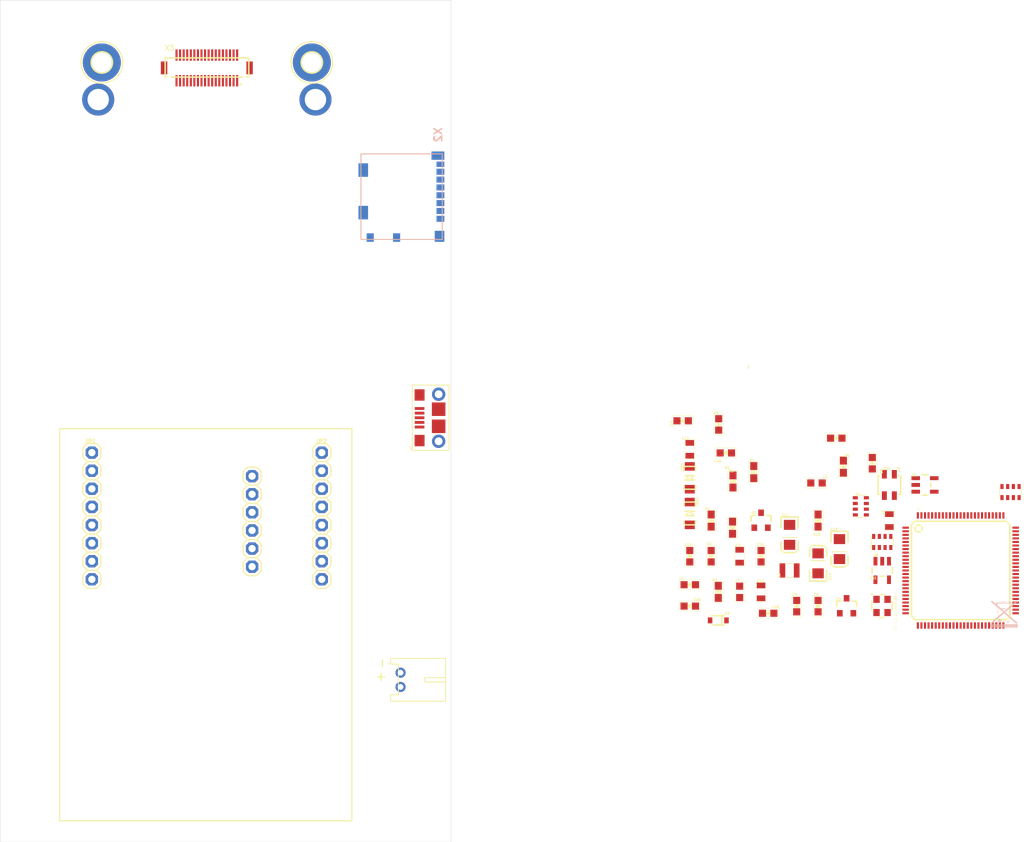
<source format=kicad_pcb>
(kicad_pcb (version 20211014) (generator pcbnew)

  (general
    (thickness 0.57)
  )

  (paper "A4")
  (layers
    (0 "F.Cu" signal)
    (31 "B.Cu" signal)
    (32 "B.Adhes" user "B.Adhesive")
    (33 "F.Adhes" user "F.Adhesive")
    (34 "B.Paste" user)
    (35 "F.Paste" user)
    (36 "B.SilkS" user "B.Silkscreen")
    (37 "F.SilkS" user "F.Silkscreen")
    (38 "B.Mask" user)
    (39 "F.Mask" user)
    (40 "Dwgs.User" user "User.Drawings")
    (41 "Cmts.User" user "User.Comments")
    (42 "Eco1.User" user "User.Eco1")
    (43 "Eco2.User" user "User.Eco2")
    (44 "Edge.Cuts" user)
    (45 "Margin" user)
    (46 "B.CrtYd" user "B.Courtyard")
    (47 "F.CrtYd" user "F.Courtyard")
    (48 "B.Fab" user)
    (49 "F.Fab" user)
    (50 "User.1" user)
    (51 "User.2" user)
    (52 "User.3" user)
    (53 "User.4" user)
    (54 "User.5" user)
    (55 "User.6" user)
    (56 "User.7" user)
    (57 "User.8" user)
    (58 "User.9" user)
  )

  (setup
    (stackup
      (layer "F.SilkS" (type "Top Silk Screen"))
      (layer "F.Paste" (type "Top Solder Paste"))
      (layer "F.Mask" (type "Top Solder Mask") (thickness 0.01))
      (layer "F.Cu" (type "copper") (thickness 0.035))
      (layer "dielectric 1" (type "core") (thickness 0.48) (material "FR4") (epsilon_r 4.5) (loss_tangent 0.02))
      (layer "B.Cu" (type "copper") (thickness 0.035))
      (layer "B.Mask" (type "Bottom Solder Mask") (thickness 0.01))
      (layer "B.Paste" (type "Bottom Solder Paste"))
      (layer "B.SilkS" (type "Bottom Silk Screen"))
      (copper_finish "None")
      (dielectric_constraints no)
    )
    (pad_to_mask_clearance 0)
    (pcbplotparams
      (layerselection 0x00010fc_ffffffff)
      (disableapertmacros false)
      (usegerberextensions false)
      (usegerberattributes true)
      (usegerberadvancedattributes true)
      (creategerberjobfile true)
      (svguseinch false)
      (svgprecision 6)
      (excludeedgelayer true)
      (plotframeref false)
      (viasonmask false)
      (mode 1)
      (useauxorigin false)
      (hpglpennumber 1)
      (hpglpenspeed 20)
      (hpglpendiameter 15.000000)
      (dxfpolygonmode true)
      (dxfimperialunits true)
      (dxfusepcbnewfont true)
      (psnegative false)
      (psa4output false)
      (plotreference true)
      (plotvalue true)
      (plotinvisibletext false)
      (sketchpadsonfab false)
      (subtractmaskfromsilk false)
      (outputformat 1)
      (mirror false)
      (drillshape 1)
      (scaleselection 1)
      (outputdirectory "")
    )
  )

  (net 0 "")
  (net 1 "GND")
  (net 2 "NRST")
  (net 3 "SWDIO")
  (net 4 "SWCLK")
  (net 5 "BOOT0")
  (net 6 "VBUS")
  (net 7 "VCC")
  (net 8 "N$2")
  (net 9 "N$4")
  (net 10 "DCMI_D0")
  (net 11 "DCMI_D1")
  (net 12 "DCMI_PCLK")
  (net 13 "DCMI_HSYNC")
  (net 14 "DCMI_VSYNC")
  (net 15 "DCMI_CLK")
  (net 16 "DCMI_RST")
  (net 17 "DCMI_PWDN")
  (net 18 "DCMI_D2")
  (net 19 "DCMI_D3")
  (net 20 "DCMI_D4")
  (net 21 "DCMI_D5")
  (net 22 "DCMI_D6")
  (net 23 "DCMI_D7")
  (net 24 "SD_CD")
  (net 25 "SDIO_D0")
  (net 26 "SDIO_D1")
  (net 27 "SDIO_D2")
  (net 28 "SDIO_CLK")
  (net 29 "SDIO_CMD")
  (net 30 "LED_G")
  (net 31 "LED_B")
  (net 32 "LED_R")
  (net 33 "TIM4_CH1")
  (net 34 "TIM4_CH2")
  (net 35 "SDIO_D3")
  (net 36 "N$5")
  (net 37 "FS_DP")
  (net 38 "N$8")
  (net 39 "LED_IR")
  (net 40 "N$14")
  (net 41 "N$10")
  (net 42 "FS_DM")
  (net 43 "VCAP2")
  (net 44 "VCAP1")
  (net 45 "I2C1_SCL")
  (net 46 "I2C1_SDA")
  (net 47 "SPI2_SCLK")
  (net 48 "I2C2_SCL")
  (net 49 "I2C2_SDA")
  (net 50 "N$12")
  (net 51 "RAW")
  (net 52 "DAC")
  (net 53 "SPI2_NSS")
  (net 54 "SPI2_MISO")
  (net 55 "SPI2_MOSI")
  (net 56 "FREX")
  (net 57 "EXPST")
  (net 58 "TIM4_CH3")
  (net 59 "N$17")
  (net 60 "N$6")
  (net 61 "N$9")
  (net 62 "VIN")
  (net 63 "N$7")
  (net 64 "SW")
  (net 65 "DCMI_FSIN")
  (net 66 "UART2_TX")
  (net 67 "UART2_RX")
  (net 68 "SPI3_SCLK/TRACESWO")
  (net 69 "SPI3_MISO")
  (net 70 "SPI3_MOSI")
  (net 71 "GPIO1")
  (net 72 "GPIO2")
  (net 73 "SPI3_SSEL")
  (net 74 "GPIO3")
  (net 75 "N$11")
  (net 76 "VDDA")
  (net 77 "RSVD1")
  (net 78 "RSVD2")
  (net 79 "RSVD3")
  (net 80 "RSVD5")
  (net 81 "RSVD6")
  (net 82 "RSVD4")
  (net 83 "N$13")
  (net 84 "N$30")
  (net 85 "N$31")
  (net 86 "N$32")
  (net 87 "N$33")
  (net 88 "N$34")

  (footprint "qstache 2 layer rev7:0603-RES" (layer "F.Cu") (at 237.68 112.566 -90))

  (footprint "qstache 2 layer rev7:0603-CAP" (layer "F.Cu") (at 231.127 132.127 -90))

  (footprint "qstache 2 layer rev7:0603-RES" (layer "F.Cu") (at 219.127 120.127 90))

  (footprint "qstache 2 layer rev7:0603-CAP" (layer "F.Cu") (at 216.127 132.127))

  (footprint "qstache 2 layer rev7:SOT23-5" (layer "F.Cu") (at 249.127 115.127 -90))

  (footprint "qstache 2 layer rev7:0603-CAP" (layer "F.Cu") (at 226.127 125.127 90))

  (footprint "qstache 2 layer rev7:SOD-323" (layer "F.Cu") (at 220.127 134.127 180))

  (footprint "qstache 2 layer rev7:CRYSTAL-2.5X2.0" (layer "F.Cu") (at 243.127 132.127 -90))

  (footprint "qstache 2 layer rev7:0603-CAP" (layer "F.Cu") (at 216.127 129.127))

  (footprint "qstache 2 layer rev7:0603-CAP" (layer "F.Cu") (at 215.127 106.127))

  (footprint "qstache 2 layer rev7:0603-CAP" (layer "F.Cu") (at 234.127 132.127 -90))

  (footprint "qstache 2 layer rev7:0603" (layer "F.Cu") (at 233.908 114.852 180))

  (footprint "qstache 2 layer rev7:0805" (layer "F.Cu") (at 244.127 120.127 90))

  (footprint "qstache 2 layer rev7:0603" (layer "F.Cu") (at 223.127 130.127 -90))

  (footprint "qstache 2 layer rev7:0603-CAP" (layer "F.Cu") (at 236.68 108.566 180))

  (footprint "qstache 2 layer rev7:0603-RES" (layer "F.Cu") (at 222.186 114.637 -90))

  (footprint "qstache 2 layer rev7:0805" (layer "F.Cu") (at 216.127 110.127 90))

  (footprint "qstache 2 layer rev7:SOT23-3" (layer "F.Cu") (at 226.127 120.127))

  (footprint "qstache 2 layer rev7:MICROUSB-RIGHT" (layer "F.Cu") (at 179.4891 105.7021 90))

  (footprint "qstache 2 layer rev7:9774030151R" (layer "F.Cu") (at 163.6141 61.0616))

  (footprint "qstache 2 layer rev7:0603-CAP" (layer "F.Cu") (at 219.127 125.127 90))

  (footprint "qstache 2 layer rev7:1X06" (layer "F.Cu") (at 154.7241 120.2436 -90))

  (footprint "qstache 2 layer rev7:LQFP100" (layer "F.Cu") (at 254.127 127.127))

  (footprint "qstache 2 layer rev7:EIA3216" (layer "F.Cu") (at 237.127 124.127 -90))

  (footprint "qstache 2 layer rev7:EXBV8V" (layer "F.Cu") (at 243.127 123.127))

  (footprint "qstache 2 layer rev7:0603-RES" (layer "F.Cu") (at 222.127 121.127 -90))

  (footprint "qstache 2 layer rev7:SOT23-3" (layer "F.Cu") (at 238.127 132.127))

  (footprint "qstache 2 layer rev7:LED-1206" (layer "F.Cu") (at 216.127 114.127 -90))

  (footprint "qstache 2 layer rev7:EIA3216" (layer "F.Cu") (at 230.127 122.127 -90))

  (footprint "qstache 2 layer rev7:EXBV8V" (layer "F.Cu") (at 240.127 118.127 -90))

  (footprint "qstache 2 layer rev7:2,8-PAD" (layer "F.Cu") (at 163.1061 55.8546 -90))

  (footprint "qstache 2 layer rev7:0603-RES" (layer "F.Cu") (at 225.107 113.328 -90))

  (footprint "qstache 2 layer rev7:LED-1206" (layer "F.Cu") (at 216.127 119.127 90))

  (footprint "qstache 2 layer rev7:TSOT25" (layer "F.Cu") (at 243.127 127.127 180))

  (footprint "qstache 2 layer rev7:DF12-36-DS" (layer "F.Cu") (at 148.3741 56.6166))

  (footprint "qstache 2 layer rev7:0603-CAP" (layer "F.Cu") (at 220.186 106.637 90))

  (footprint "qstache 2 layer rev7:1007" (layer "F.Cu") (at 230.127 127.127 -90))

  (footprint "qstache 2 layer rev7:0805" (layer "F.Cu") (at 223.127 125.127 -90))

  (footprint "qstache 2 layer rev7:0603-RES" (layer "F.Cu") (at 220.127 130.127 90))

  (footprint "qstache 2 layer rev7:0603-RES" (layer "F.Cu") (at 234.127 120.127 -90))

  (footprint "qstache 2 layer rev7:EIA3216" (layer "F.Cu") (at 234.127 126.127 90))

  (footprint "qstache 2 layer rev7:0603-CAP" (layer "F.Cu") (at 216.127 125.127 90))

  (footprint "qstache 2 layer rev7:2,8-PAD" (layer "F.Cu")
    (tedit 0) (tstamp e43d4d7f-e55b-4a69-abcf-d7edede79a50)
    (at 133.6421 55.8546 90)
    (descr "<b>MOUNTING PAD</b> 2.8 mm, round")
    (fp_text reference "H1" (at 0 0 90) (layer "F.SilkS") hide
      (effects (font (size 1.27 1.27) (thickness 0.15)))
      (tstamp 686ed018-2e74-453e-862f-df5099b4238b)
    )
    (fp_text value "MOUNT-PAD-ROUND2.8" (at 0 0 90) (layer "F.Fab") hide
      (effects (font (size 1.27 1.27) (thickness 0.15)))
      (tstamp ada39790-3043-436a-aac5-cb6d808f8833)
    )
    (fp_line (start 0 -2.921) (end 0 -2.667) (layer "F.SilkS") (width 0.0508) (tstamp 3ddfdbfa-4a75-49bf-bbfb-fd44cb2be01d))
    (fp_line (start 0 2.667) (end 0 2.921) (layer "F.SilkS") (width 0.0508) (tstamp 8eec0c7f-344f-45b7-ba82-b822f53aa179))
    (fp_circle (center 0 0) (end 1.5 0) (layer "F.SilkS") (width 0.2032) (fill none) (tstamp 13fae67d-fde7-4756-9722-c6ca3b4942d5))
    (fp_circle (center 0 0) (end 2.921 0) (layer "F.SilkS") (width 0.1524) (fill none) (tstamp 5c2aca64-1788-4a4b-b5a7-586a1ceaca18))
    (fp_circle (center 0 0) (end 3.175 0) (layer "B.CrtYd") (width 0.8128) (fill none) (tstamp ac727b1a-b0aa-4a3a-888f-a0fb2accb40c))
    (fp_circle (center 0 0) (end 3.175 0) (layer "F.CrtYd") (width 0.8128) (fill none) (tstamp 39907189-677b-437a-9ce0-882691853a8f))
    (fp_arc (start 0 1.778) (mid -1.257236 1.257236) (end -1.778 0) (layer "F.Fab") (width 2.286) (tstamp 351a66d0-5157-453f-87c3-e32bb1d0282d))
    (fp_arc (start 0 -1.778) (mid 1.257236 -1.257236) (end 1.778 0) (layer "F.Fab") (width 2.286) (tstamp 89552895-361f-4547-85ed-b43311f301c3))
    (fp_circle (center 0 0) (end 0.635 0) (layer "F.Fab") (width 0.4572) (fill none) (tstamp 82fba033-7386-4685-81eb-a09c49fd622b))
    (pad "B2,8" thru_hole circle (at 0 0 90) (size 5.334 5.334) (drill 2.8) (layers *.Cu *.Mask)
      (solder_mask_margin 0.0762) (tstamp 2897236e-07b3-48b8-9b93-f73aff969123))
    (zone (net 0) (net_name "") (layers *.Cu) (tstamp 88860f6c-5b35-4505-8828-4956021993cd) (hatch edge 0.508)
      (connect_pads (clearance 0))
      (min_thickness 0.254)
      (keepout (tracks allowed) (vias not_allowed) (pads allowed) (copperpour allowed) (footprints allowed))
      (fill (thermal_gap 0.508) (thermal_bridge_width 0.508))
      (polygon
        (pts
          (xy 133.6421 52.2732)
          (xy 133.020196 52.32761)
          (xy 132.417189 52.489185)
          (xy 131.8514 52.753017)
          (xy 131.34002 53.111088)
          (xy 130.898588 53.55252)
          (xy 130.540517 54.0639)
          (xy 130.276685 54.629689)
          (xy 130.11511 55.232696)
          (xy 130.0607 55.8546)
          (xy 130.11511 56.476504)
          (xy 130.276685 57.079511)
          (xy 130.540517 57.6453)
          (xy 130.898588 58.15668)
          (xy 131.34002 58.598112)
          (xy 131.8514 58.956183)
          (xy 132.417189 59.220015)
          (xy 133.020196 59.38159)
          (xy 133.6421 59.436)
          (xy 134.264004 59.38159)
          (xy 134.867011 59.220015)
          (xy 135.4328 58.956183)
          (xy 135.94418 58.598112)
          (xy 136.385612 58.15668)
          (xy 136.743683 57.6453)
          (xy 137.007515 57.079511)
          (xy 137.16909 56.476504)
          (xy 137.2235 55.8546)
          (xy 137.16909 55.232696)
          (xy 137.007515 54.629689)
          (xy 136.743683 54.0639)
          (xy 136.385612 53.55252)
          (xy 135.94418 53.111088)
          (xy 135.4328 52.753017)
          (xy 134.867011 52.489185)
          (xy 134.264004 52.32761)
        )
      )
      (polygon
        (pts
          (xy 133.6421 53.086)
          (xy 133.161338 53.128061)
          (xy 132.695183 53.252967)
          (xy 132.2578 53.456922)
          (xy 131.862478 53.733729)
          (xy 131.521229 54.074978)
          (xy 131.244422 54.4703)
          (xy 131.040467 54.907683)
          (xy 130.915561 55.373838)
          (xy 130.8735 55.8546)
          (xy 130.915561 56.335362)
          (xy 131.040467 56.801517)
          (xy 131.244422 57.2389)
          (xy 131.521229 57.634222)
          (xy 131.862478 57.975471)
          (xy 132.2578 58.252278)
          (xy 132.695183 58.456233)
          (xy 133.161338 58.581139)
          (xy 133.6421 58.6232)
          (xy 134.122862 58.581139)
          (xy 134.589017 58.456233)
          (xy 135.0264 58.252278)
          (xy 135.421722 57.975471)
          (xy 135.762971 57.634222)
          (xy 136.039778 57.2389
... [157381 chars truncated]
</source>
